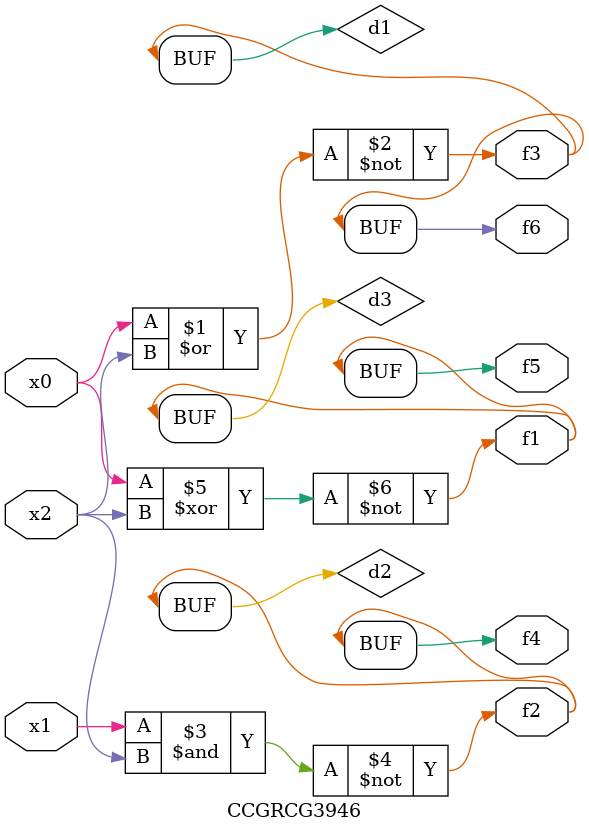
<source format=v>
module CCGRCG3946(
	input x0, x1, x2,
	output f1, f2, f3, f4, f5, f6
);

	wire d1, d2, d3;

	nor (d1, x0, x2);
	nand (d2, x1, x2);
	xnor (d3, x0, x2);
	assign f1 = d3;
	assign f2 = d2;
	assign f3 = d1;
	assign f4 = d2;
	assign f5 = d3;
	assign f6 = d1;
endmodule

</source>
